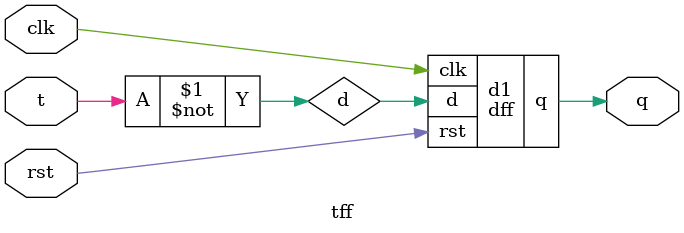
<source format=v>
module dff(input d,clk,rst, output reg q);
always @(posedge clk) begin
	if(rst) q<=0;
	else q<=d;
end
endmodule

module tff(input t,clk,rst, output q);
wire d;
dff d1(.d(d),.clk(clk),.rst(rst),.q(q));
assign d=~t;
endmodule

</source>
